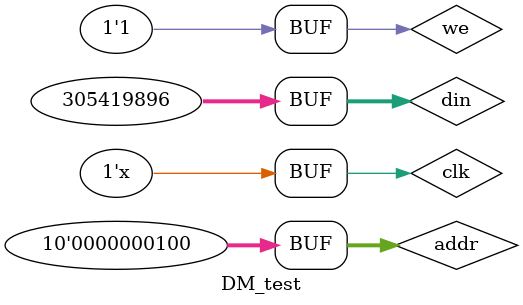
<source format=v>
module DM_test;
  reg clk;
  reg we;
  
  reg [9:0]addr;
  reg [31:0]din;
  wire [31:0] dout;
  
  
  dm_1k i1(addr,din,we,clk,dout);
  initial
  begin
    clk=1;
    
    addr=10'b00000_00100;
    din=32'h1234_5678;
    #150  we=0;
    #150  we=1;
  end  
  
  always
    #25 clk=~clk;
    
 endmodule   



</source>
